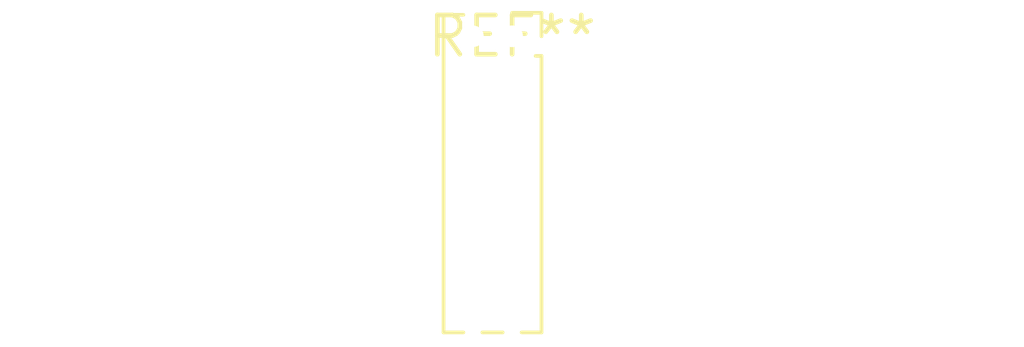
<source format=kicad_pcb>
(kicad_pcb (version 20240108) (generator pcbnew)
  (layers (0 "F.Cu" signal) (31 "B.Cu" signal) (34 "B.Paste" user) (35 "F.Paste" user) (36 "B.SilkS" user "B.Silkscreen") (37 "F.SilkS" user "F.Silkscreen") (38 "B.Mask" user) (39 "F.Mask" user) (44 "Edge.Cuts" user))
  (net 0 "")
  (footprint "PinSocket_2x08_P1.27mm_Vertical" (layer "F.Cu") (at 0 0)
    (property "Reference" "REF**")
    (property "Value" "PinSocket_2x08_P1.27mm_Vertical")
    (fp_line (start -2.22 -0.695) (end -2.22 9.585) (layer "F.SilkS") (stroke (width 0.12)))
    (fp_line (start -2.22 -0.695) (end -1.57753 -0.695) (layer "F.SilkS") (stroke (width 0.12)))
    (fp_line (start -2.22 9.585) (end -1.57753 9.585) (layer "F.SilkS") (stroke (width 0.12)))
    (fp_line (start -0.96247 -0.695) (end -0.76 -0.695) (layer "F.SilkS") (stroke (width 0.12)))
    (fp_line (start -0.96247 9.585) (end -0.30753 9.585) (layer "F.SilkS") (stroke (width 0.12)))
    (fp_line (start 0 -0.76) (end 0.95 -0.76) (layer "F.SilkS") (stroke (width 0.12)))
    (fp_line (start 0.30753 9.585) (end 0.95 9.585) (layer "F.SilkS") (stroke (width 0.12)))
    (fp_line (start 0.76 0.635) (end 0.95 0.635) (layer "F.SilkS") (stroke (width 0.12)))
    (fp_line (start 0.95 -0.76) (end 0.95 0) (layer "F.SilkS") (stroke (width 0.12)))
    (fp_line (start 0.95 0.635) (end 0.95 9.585) (layer "F.SilkS") (stroke (width 0.12)))
    (pad "1" thru_hole rect (at 0 0) (size 1 1) (drill 0.7) (layers *.Cu *.Mask) (remove_unused_layers))
    (pad "2" thru_hole oval (at -1.27 0) (size 1 1) (drill 0.7) (layers *.Cu *.Mask) (remove_unused_layers))
    (pad "3" thru_hole oval (at 0 1.27) (size 1 1) (drill 0.7) (layers *.Cu *.Mask) (remove_unused_layers))
    (pad "4" thru_hole oval (at -1.27 1.27) (size 1 1) (drill 0.7) (layers *.Cu *.Mask) (remove_unused_layers))
    (pad "5" thru_hole oval (at 0 2.54) (size 1 1) (drill 0.7) (layers *.Cu *.Mask) (remove_unused_layers))
    (pad "6" thru_hole oval (at -1.27 2.54) (size 1 1) (drill 0.7) (layers *.Cu *.Mask) (remove_unused_layers))
    (pad "7" thru_hole oval (at 0 3.81) (size 1 1) (drill 0.7) (layers *.Cu *.Mask) (remove_unused_layers))
    (pad "8" thru_hole oval (at -1.27 3.81) (size 1 1) (drill 0.7) (layers *.Cu *.Mask) (remove_unused_layers))
    (pad "9" thru_hole oval (at 0 5.08) (size 1 1) (drill 0.7) (layers *.Cu *.Mask) (remove_unused_layers))
    (pad "10" thru_hole oval (at -1.27 5.08) (size 1 1) (drill 0.7) (layers *.Cu *.Mask) (remove_unused_layers))
    (pad "11" thru_hole oval (at 0 6.35) (size 1 1) (drill 0.7) (layers *.Cu *.Mask) (remove_unused_layers))
    (pad "12" thru_hole oval (at -1.27 6.35) (size 1 1) (drill 0.7) (layers *.Cu *.Mask) (remove_unused_layers))
    (pad "13" thru_hole oval (at 0 7.62) (size 1 1) (drill 0.7) (layers *.Cu *.Mask) (remove_unused_layers))
    (pad "14" thru_hole oval (at -1.27 7.62) (size 1 1) (drill 0.7) (layers *.Cu *.Mask) (remove_unused_layers))
    (pad "15" thru_hole oval (at 0 8.89) (size 1 1) (drill 0.7) (layers *.Cu *.Mask) (remove_unused_layers))
    (pad "16" thru_hole oval (at -1.27 8.89) (size 1 1) (drill 0.7) (layers *.Cu *.Mask) (remove_unused_layers))
  )
)
</source>
